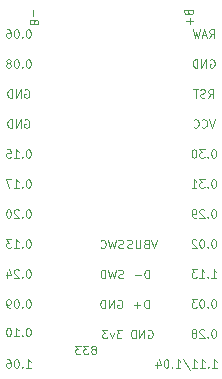
<source format=gbo>
G04 #@! TF.GenerationSoftware,KiCad,Pcbnew,7.0.6*
G04 #@! TF.CreationDate,2023-08-29T11:45:56+03:00*
G04 #@! TF.ProjectId,nrfmicro,6e72666d-6963-4726-9f2e-6b696361645f,rev?*
G04 #@! TF.SameCoordinates,Original*
G04 #@! TF.FileFunction,Legend,Bot*
G04 #@! TF.FilePolarity,Positive*
%FSLAX46Y46*%
G04 Gerber Fmt 4.6, Leading zero omitted, Abs format (unit mm)*
G04 Created by KiCad (PCBNEW 7.0.6) date 2023-08-29 11:45:56*
%MOMM*%
%LPD*%
G01*
G04 APERTURE LIST*
%ADD10C,0.080000*%
G04 APERTURE END LIST*
D10*
X36425767Y-31176673D02*
X36359100Y-31176673D01*
X36359100Y-31176673D02*
X36292433Y-31210006D01*
X36292433Y-31210006D02*
X36259100Y-31243340D01*
X36259100Y-31243340D02*
X36225767Y-31310006D01*
X36225767Y-31310006D02*
X36192433Y-31443340D01*
X36192433Y-31443340D02*
X36192433Y-31610006D01*
X36192433Y-31610006D02*
X36225767Y-31743340D01*
X36225767Y-31743340D02*
X36259100Y-31810006D01*
X36259100Y-31810006D02*
X36292433Y-31843340D01*
X36292433Y-31843340D02*
X36359100Y-31876673D01*
X36359100Y-31876673D02*
X36425767Y-31876673D01*
X36425767Y-31876673D02*
X36492433Y-31843340D01*
X36492433Y-31843340D02*
X36525767Y-31810006D01*
X36525767Y-31810006D02*
X36559100Y-31743340D01*
X36559100Y-31743340D02*
X36592433Y-31610006D01*
X36592433Y-31610006D02*
X36592433Y-31443340D01*
X36592433Y-31443340D02*
X36559100Y-31310006D01*
X36559100Y-31310006D02*
X36525767Y-31243340D01*
X36525767Y-31243340D02*
X36492433Y-31210006D01*
X36492433Y-31210006D02*
X36425767Y-31176673D01*
X35892433Y-31810006D02*
X35859100Y-31843340D01*
X35859100Y-31843340D02*
X35892433Y-31876673D01*
X35892433Y-31876673D02*
X35925766Y-31843340D01*
X35925766Y-31843340D02*
X35892433Y-31810006D01*
X35892433Y-31810006D02*
X35892433Y-31876673D01*
X35625767Y-31176673D02*
X35192433Y-31176673D01*
X35192433Y-31176673D02*
X35425767Y-31443340D01*
X35425767Y-31443340D02*
X35325767Y-31443340D01*
X35325767Y-31443340D02*
X35259100Y-31476673D01*
X35259100Y-31476673D02*
X35225767Y-31510006D01*
X35225767Y-31510006D02*
X35192433Y-31576673D01*
X35192433Y-31576673D02*
X35192433Y-31743340D01*
X35192433Y-31743340D02*
X35225767Y-31810006D01*
X35225767Y-31810006D02*
X35259100Y-31843340D01*
X35259100Y-31843340D02*
X35325767Y-31876673D01*
X35325767Y-31876673D02*
X35525767Y-31876673D01*
X35525767Y-31876673D02*
X35592433Y-31843340D01*
X35592433Y-31843340D02*
X35625767Y-31810006D01*
X34759100Y-31176673D02*
X34692433Y-31176673D01*
X34692433Y-31176673D02*
X34625766Y-31210006D01*
X34625766Y-31210006D02*
X34592433Y-31243340D01*
X34592433Y-31243340D02*
X34559100Y-31310006D01*
X34559100Y-31310006D02*
X34525766Y-31443340D01*
X34525766Y-31443340D02*
X34525766Y-31610006D01*
X34525766Y-31610006D02*
X34559100Y-31743340D01*
X34559100Y-31743340D02*
X34592433Y-31810006D01*
X34592433Y-31810006D02*
X34625766Y-31843340D01*
X34625766Y-31843340D02*
X34692433Y-31876673D01*
X34692433Y-31876673D02*
X34759100Y-31876673D01*
X34759100Y-31876673D02*
X34825766Y-31843340D01*
X34825766Y-31843340D02*
X34859100Y-31810006D01*
X34859100Y-31810006D02*
X34892433Y-31743340D01*
X34892433Y-31743340D02*
X34925766Y-31610006D01*
X34925766Y-31610006D02*
X34925766Y-31443340D01*
X34925766Y-31443340D02*
X34892433Y-31310006D01*
X34892433Y-31310006D02*
X34859100Y-31243340D01*
X34859100Y-31243340D02*
X34825766Y-31210006D01*
X34825766Y-31210006D02*
X34759100Y-31176673D01*
X20726967Y-31189373D02*
X20660300Y-31189373D01*
X20660300Y-31189373D02*
X20593633Y-31222706D01*
X20593633Y-31222706D02*
X20560300Y-31256040D01*
X20560300Y-31256040D02*
X20526967Y-31322706D01*
X20526967Y-31322706D02*
X20493633Y-31456040D01*
X20493633Y-31456040D02*
X20493633Y-31622706D01*
X20493633Y-31622706D02*
X20526967Y-31756040D01*
X20526967Y-31756040D02*
X20560300Y-31822706D01*
X20560300Y-31822706D02*
X20593633Y-31856040D01*
X20593633Y-31856040D02*
X20660300Y-31889373D01*
X20660300Y-31889373D02*
X20726967Y-31889373D01*
X20726967Y-31889373D02*
X20793633Y-31856040D01*
X20793633Y-31856040D02*
X20826967Y-31822706D01*
X20826967Y-31822706D02*
X20860300Y-31756040D01*
X20860300Y-31756040D02*
X20893633Y-31622706D01*
X20893633Y-31622706D02*
X20893633Y-31456040D01*
X20893633Y-31456040D02*
X20860300Y-31322706D01*
X20860300Y-31322706D02*
X20826967Y-31256040D01*
X20826967Y-31256040D02*
X20793633Y-31222706D01*
X20793633Y-31222706D02*
X20726967Y-31189373D01*
X20193633Y-31822706D02*
X20160300Y-31856040D01*
X20160300Y-31856040D02*
X20193633Y-31889373D01*
X20193633Y-31889373D02*
X20226966Y-31856040D01*
X20226966Y-31856040D02*
X20193633Y-31822706D01*
X20193633Y-31822706D02*
X20193633Y-31889373D01*
X19493633Y-31889373D02*
X19893633Y-31889373D01*
X19693633Y-31889373D02*
X19693633Y-31189373D01*
X19693633Y-31189373D02*
X19760300Y-31289373D01*
X19760300Y-31289373D02*
X19826967Y-31356040D01*
X19826967Y-31356040D02*
X19893633Y-31389373D01*
X18860300Y-31189373D02*
X19193633Y-31189373D01*
X19193633Y-31189373D02*
X19226966Y-31522706D01*
X19226966Y-31522706D02*
X19193633Y-31489373D01*
X19193633Y-31489373D02*
X19126966Y-31456040D01*
X19126966Y-31456040D02*
X18960300Y-31456040D01*
X18960300Y-31456040D02*
X18893633Y-31489373D01*
X18893633Y-31489373D02*
X18860300Y-31522706D01*
X18860300Y-31522706D02*
X18826966Y-31589373D01*
X18826966Y-31589373D02*
X18826966Y-31756040D01*
X18826966Y-31756040D02*
X18860300Y-31822706D01*
X18860300Y-31822706D02*
X18893633Y-31856040D01*
X18893633Y-31856040D02*
X18960300Y-31889373D01*
X18960300Y-31889373D02*
X19126966Y-31889373D01*
X19126966Y-31889373D02*
X19193633Y-31856040D01*
X19193633Y-31856040D02*
X19226966Y-31822706D01*
X36042433Y-21716673D02*
X36275766Y-21383340D01*
X36442433Y-21716673D02*
X36442433Y-21016673D01*
X36442433Y-21016673D02*
X36175766Y-21016673D01*
X36175766Y-21016673D02*
X36109100Y-21050006D01*
X36109100Y-21050006D02*
X36075766Y-21083340D01*
X36075766Y-21083340D02*
X36042433Y-21150006D01*
X36042433Y-21150006D02*
X36042433Y-21250006D01*
X36042433Y-21250006D02*
X36075766Y-21316673D01*
X36075766Y-21316673D02*
X36109100Y-21350006D01*
X36109100Y-21350006D02*
X36175766Y-21383340D01*
X36175766Y-21383340D02*
X36442433Y-21383340D01*
X35775766Y-21516673D02*
X35442433Y-21516673D01*
X35842433Y-21716673D02*
X35609100Y-21016673D01*
X35609100Y-21016673D02*
X35375766Y-21716673D01*
X35209100Y-21016673D02*
X35042433Y-21716673D01*
X35042433Y-21716673D02*
X34909100Y-21216673D01*
X34909100Y-21216673D02*
X34775766Y-21716673D01*
X34775766Y-21716673D02*
X34609100Y-21016673D01*
X20493633Y-49669373D02*
X20893633Y-49669373D01*
X20693633Y-49669373D02*
X20693633Y-48969373D01*
X20693633Y-48969373D02*
X20760300Y-49069373D01*
X20760300Y-49069373D02*
X20826967Y-49136040D01*
X20826967Y-49136040D02*
X20893633Y-49169373D01*
X20193633Y-49602706D02*
X20160300Y-49636040D01*
X20160300Y-49636040D02*
X20193633Y-49669373D01*
X20193633Y-49669373D02*
X20226966Y-49636040D01*
X20226966Y-49636040D02*
X20193633Y-49602706D01*
X20193633Y-49602706D02*
X20193633Y-49669373D01*
X19726967Y-48969373D02*
X19660300Y-48969373D01*
X19660300Y-48969373D02*
X19593633Y-49002706D01*
X19593633Y-49002706D02*
X19560300Y-49036040D01*
X19560300Y-49036040D02*
X19526967Y-49102706D01*
X19526967Y-49102706D02*
X19493633Y-49236040D01*
X19493633Y-49236040D02*
X19493633Y-49402706D01*
X19493633Y-49402706D02*
X19526967Y-49536040D01*
X19526967Y-49536040D02*
X19560300Y-49602706D01*
X19560300Y-49602706D02*
X19593633Y-49636040D01*
X19593633Y-49636040D02*
X19660300Y-49669373D01*
X19660300Y-49669373D02*
X19726967Y-49669373D01*
X19726967Y-49669373D02*
X19793633Y-49636040D01*
X19793633Y-49636040D02*
X19826967Y-49602706D01*
X19826967Y-49602706D02*
X19860300Y-49536040D01*
X19860300Y-49536040D02*
X19893633Y-49402706D01*
X19893633Y-49402706D02*
X19893633Y-49236040D01*
X19893633Y-49236040D02*
X19860300Y-49102706D01*
X19860300Y-49102706D02*
X19826967Y-49036040D01*
X19826967Y-49036040D02*
X19793633Y-49002706D01*
X19793633Y-49002706D02*
X19726967Y-48969373D01*
X18893633Y-48969373D02*
X19026966Y-48969373D01*
X19026966Y-48969373D02*
X19093633Y-49002706D01*
X19093633Y-49002706D02*
X19126966Y-49036040D01*
X19126966Y-49036040D02*
X19193633Y-49136040D01*
X19193633Y-49136040D02*
X19226966Y-49269373D01*
X19226966Y-49269373D02*
X19226966Y-49536040D01*
X19226966Y-49536040D02*
X19193633Y-49602706D01*
X19193633Y-49602706D02*
X19160300Y-49636040D01*
X19160300Y-49636040D02*
X19093633Y-49669373D01*
X19093633Y-49669373D02*
X18960300Y-49669373D01*
X18960300Y-49669373D02*
X18893633Y-49636040D01*
X18893633Y-49636040D02*
X18860300Y-49602706D01*
X18860300Y-49602706D02*
X18826966Y-49536040D01*
X18826966Y-49536040D02*
X18826966Y-49369373D01*
X18826966Y-49369373D02*
X18860300Y-49302706D01*
X18860300Y-49302706D02*
X18893633Y-49269373D01*
X18893633Y-49269373D02*
X18960300Y-49236040D01*
X18960300Y-49236040D02*
X19093633Y-49236040D01*
X19093633Y-49236040D02*
X19160300Y-49269373D01*
X19160300Y-49269373D02*
X19193633Y-49302706D01*
X19193633Y-49302706D02*
X19226966Y-49369373D01*
X20726967Y-43889373D02*
X20660300Y-43889373D01*
X20660300Y-43889373D02*
X20593633Y-43922706D01*
X20593633Y-43922706D02*
X20560300Y-43956040D01*
X20560300Y-43956040D02*
X20526967Y-44022706D01*
X20526967Y-44022706D02*
X20493633Y-44156040D01*
X20493633Y-44156040D02*
X20493633Y-44322706D01*
X20493633Y-44322706D02*
X20526967Y-44456040D01*
X20526967Y-44456040D02*
X20560300Y-44522706D01*
X20560300Y-44522706D02*
X20593633Y-44556040D01*
X20593633Y-44556040D02*
X20660300Y-44589373D01*
X20660300Y-44589373D02*
X20726967Y-44589373D01*
X20726967Y-44589373D02*
X20793633Y-44556040D01*
X20793633Y-44556040D02*
X20826967Y-44522706D01*
X20826967Y-44522706D02*
X20860300Y-44456040D01*
X20860300Y-44456040D02*
X20893633Y-44322706D01*
X20893633Y-44322706D02*
X20893633Y-44156040D01*
X20893633Y-44156040D02*
X20860300Y-44022706D01*
X20860300Y-44022706D02*
X20826967Y-43956040D01*
X20826967Y-43956040D02*
X20793633Y-43922706D01*
X20793633Y-43922706D02*
X20726967Y-43889373D01*
X20193633Y-44522706D02*
X20160300Y-44556040D01*
X20160300Y-44556040D02*
X20193633Y-44589373D01*
X20193633Y-44589373D02*
X20226966Y-44556040D01*
X20226966Y-44556040D02*
X20193633Y-44522706D01*
X20193633Y-44522706D02*
X20193633Y-44589373D01*
X19726967Y-43889373D02*
X19660300Y-43889373D01*
X19660300Y-43889373D02*
X19593633Y-43922706D01*
X19593633Y-43922706D02*
X19560300Y-43956040D01*
X19560300Y-43956040D02*
X19526967Y-44022706D01*
X19526967Y-44022706D02*
X19493633Y-44156040D01*
X19493633Y-44156040D02*
X19493633Y-44322706D01*
X19493633Y-44322706D02*
X19526967Y-44456040D01*
X19526967Y-44456040D02*
X19560300Y-44522706D01*
X19560300Y-44522706D02*
X19593633Y-44556040D01*
X19593633Y-44556040D02*
X19660300Y-44589373D01*
X19660300Y-44589373D02*
X19726967Y-44589373D01*
X19726967Y-44589373D02*
X19793633Y-44556040D01*
X19793633Y-44556040D02*
X19826967Y-44522706D01*
X19826967Y-44522706D02*
X19860300Y-44456040D01*
X19860300Y-44456040D02*
X19893633Y-44322706D01*
X19893633Y-44322706D02*
X19893633Y-44156040D01*
X19893633Y-44156040D02*
X19860300Y-44022706D01*
X19860300Y-44022706D02*
X19826967Y-43956040D01*
X19826967Y-43956040D02*
X19793633Y-43922706D01*
X19793633Y-43922706D02*
X19726967Y-43889373D01*
X19160300Y-44589373D02*
X19026966Y-44589373D01*
X19026966Y-44589373D02*
X18960300Y-44556040D01*
X18960300Y-44556040D02*
X18926966Y-44522706D01*
X18926966Y-44522706D02*
X18860300Y-44422706D01*
X18860300Y-44422706D02*
X18826966Y-44289373D01*
X18826966Y-44289373D02*
X18826966Y-44022706D01*
X18826966Y-44022706D02*
X18860300Y-43956040D01*
X18860300Y-43956040D02*
X18893633Y-43922706D01*
X18893633Y-43922706D02*
X18960300Y-43889373D01*
X18960300Y-43889373D02*
X19093633Y-43889373D01*
X19093633Y-43889373D02*
X19160300Y-43922706D01*
X19160300Y-43922706D02*
X19193633Y-43956040D01*
X19193633Y-43956040D02*
X19226966Y-44022706D01*
X19226966Y-44022706D02*
X19226966Y-44189373D01*
X19226966Y-44189373D02*
X19193633Y-44256040D01*
X19193633Y-44256040D02*
X19160300Y-44289373D01*
X19160300Y-44289373D02*
X19093633Y-44322706D01*
X19093633Y-44322706D02*
X18960300Y-44322706D01*
X18960300Y-44322706D02*
X18893633Y-44289373D01*
X18893633Y-44289373D02*
X18860300Y-44256040D01*
X18860300Y-44256040D02*
X18826966Y-44189373D01*
X36425767Y-43876673D02*
X36359100Y-43876673D01*
X36359100Y-43876673D02*
X36292433Y-43910006D01*
X36292433Y-43910006D02*
X36259100Y-43943340D01*
X36259100Y-43943340D02*
X36225767Y-44010006D01*
X36225767Y-44010006D02*
X36192433Y-44143340D01*
X36192433Y-44143340D02*
X36192433Y-44310006D01*
X36192433Y-44310006D02*
X36225767Y-44443340D01*
X36225767Y-44443340D02*
X36259100Y-44510006D01*
X36259100Y-44510006D02*
X36292433Y-44543340D01*
X36292433Y-44543340D02*
X36359100Y-44576673D01*
X36359100Y-44576673D02*
X36425767Y-44576673D01*
X36425767Y-44576673D02*
X36492433Y-44543340D01*
X36492433Y-44543340D02*
X36525767Y-44510006D01*
X36525767Y-44510006D02*
X36559100Y-44443340D01*
X36559100Y-44443340D02*
X36592433Y-44310006D01*
X36592433Y-44310006D02*
X36592433Y-44143340D01*
X36592433Y-44143340D02*
X36559100Y-44010006D01*
X36559100Y-44010006D02*
X36525767Y-43943340D01*
X36525767Y-43943340D02*
X36492433Y-43910006D01*
X36492433Y-43910006D02*
X36425767Y-43876673D01*
X35892433Y-44510006D02*
X35859100Y-44543340D01*
X35859100Y-44543340D02*
X35892433Y-44576673D01*
X35892433Y-44576673D02*
X35925766Y-44543340D01*
X35925766Y-44543340D02*
X35892433Y-44510006D01*
X35892433Y-44510006D02*
X35892433Y-44576673D01*
X35425767Y-43876673D02*
X35359100Y-43876673D01*
X35359100Y-43876673D02*
X35292433Y-43910006D01*
X35292433Y-43910006D02*
X35259100Y-43943340D01*
X35259100Y-43943340D02*
X35225767Y-44010006D01*
X35225767Y-44010006D02*
X35192433Y-44143340D01*
X35192433Y-44143340D02*
X35192433Y-44310006D01*
X35192433Y-44310006D02*
X35225767Y-44443340D01*
X35225767Y-44443340D02*
X35259100Y-44510006D01*
X35259100Y-44510006D02*
X35292433Y-44543340D01*
X35292433Y-44543340D02*
X35359100Y-44576673D01*
X35359100Y-44576673D02*
X35425767Y-44576673D01*
X35425767Y-44576673D02*
X35492433Y-44543340D01*
X35492433Y-44543340D02*
X35525767Y-44510006D01*
X35525767Y-44510006D02*
X35559100Y-44443340D01*
X35559100Y-44443340D02*
X35592433Y-44310006D01*
X35592433Y-44310006D02*
X35592433Y-44143340D01*
X35592433Y-44143340D02*
X35559100Y-44010006D01*
X35559100Y-44010006D02*
X35525767Y-43943340D01*
X35525767Y-43943340D02*
X35492433Y-43910006D01*
X35492433Y-43910006D02*
X35425767Y-43876673D01*
X34959100Y-43876673D02*
X34525766Y-43876673D01*
X34525766Y-43876673D02*
X34759100Y-44143340D01*
X34759100Y-44143340D02*
X34659100Y-44143340D01*
X34659100Y-44143340D02*
X34592433Y-44176673D01*
X34592433Y-44176673D02*
X34559100Y-44210006D01*
X34559100Y-44210006D02*
X34525766Y-44276673D01*
X34525766Y-44276673D02*
X34525766Y-44443340D01*
X34525766Y-44443340D02*
X34559100Y-44510006D01*
X34559100Y-44510006D02*
X34592433Y-44543340D01*
X34592433Y-44543340D02*
X34659100Y-44576673D01*
X34659100Y-44576673D02*
X34859100Y-44576673D01*
X34859100Y-44576673D02*
X34925766Y-44543340D01*
X34925766Y-44543340D02*
X34959100Y-44510006D01*
X36192433Y-42036673D02*
X36592433Y-42036673D01*
X36392433Y-42036673D02*
X36392433Y-41336673D01*
X36392433Y-41336673D02*
X36459100Y-41436673D01*
X36459100Y-41436673D02*
X36525767Y-41503340D01*
X36525767Y-41503340D02*
X36592433Y-41536673D01*
X35892433Y-41970006D02*
X35859100Y-42003340D01*
X35859100Y-42003340D02*
X35892433Y-42036673D01*
X35892433Y-42036673D02*
X35925766Y-42003340D01*
X35925766Y-42003340D02*
X35892433Y-41970006D01*
X35892433Y-41970006D02*
X35892433Y-42036673D01*
X35192433Y-42036673D02*
X35592433Y-42036673D01*
X35392433Y-42036673D02*
X35392433Y-41336673D01*
X35392433Y-41336673D02*
X35459100Y-41436673D01*
X35459100Y-41436673D02*
X35525767Y-41503340D01*
X35525767Y-41503340D02*
X35592433Y-41536673D01*
X34959100Y-41336673D02*
X34525766Y-41336673D01*
X34525766Y-41336673D02*
X34759100Y-41603340D01*
X34759100Y-41603340D02*
X34659100Y-41603340D01*
X34659100Y-41603340D02*
X34592433Y-41636673D01*
X34592433Y-41636673D02*
X34559100Y-41670006D01*
X34559100Y-41670006D02*
X34525766Y-41736673D01*
X34525766Y-41736673D02*
X34525766Y-41903340D01*
X34525766Y-41903340D02*
X34559100Y-41970006D01*
X34559100Y-41970006D02*
X34592433Y-42003340D01*
X34592433Y-42003340D02*
X34659100Y-42036673D01*
X34659100Y-42036673D02*
X34859100Y-42036673D01*
X34859100Y-42036673D02*
X34925766Y-42003340D01*
X34925766Y-42003340D02*
X34959100Y-41970006D01*
X36425767Y-46416673D02*
X36359100Y-46416673D01*
X36359100Y-46416673D02*
X36292433Y-46450006D01*
X36292433Y-46450006D02*
X36259100Y-46483340D01*
X36259100Y-46483340D02*
X36225767Y-46550006D01*
X36225767Y-46550006D02*
X36192433Y-46683340D01*
X36192433Y-46683340D02*
X36192433Y-46850006D01*
X36192433Y-46850006D02*
X36225767Y-46983340D01*
X36225767Y-46983340D02*
X36259100Y-47050006D01*
X36259100Y-47050006D02*
X36292433Y-47083340D01*
X36292433Y-47083340D02*
X36359100Y-47116673D01*
X36359100Y-47116673D02*
X36425767Y-47116673D01*
X36425767Y-47116673D02*
X36492433Y-47083340D01*
X36492433Y-47083340D02*
X36525767Y-47050006D01*
X36525767Y-47050006D02*
X36559100Y-46983340D01*
X36559100Y-46983340D02*
X36592433Y-46850006D01*
X36592433Y-46850006D02*
X36592433Y-46683340D01*
X36592433Y-46683340D02*
X36559100Y-46550006D01*
X36559100Y-46550006D02*
X36525767Y-46483340D01*
X36525767Y-46483340D02*
X36492433Y-46450006D01*
X36492433Y-46450006D02*
X36425767Y-46416673D01*
X35892433Y-47050006D02*
X35859100Y-47083340D01*
X35859100Y-47083340D02*
X35892433Y-47116673D01*
X35892433Y-47116673D02*
X35925766Y-47083340D01*
X35925766Y-47083340D02*
X35892433Y-47050006D01*
X35892433Y-47050006D02*
X35892433Y-47116673D01*
X35592433Y-46483340D02*
X35559100Y-46450006D01*
X35559100Y-46450006D02*
X35492433Y-46416673D01*
X35492433Y-46416673D02*
X35325767Y-46416673D01*
X35325767Y-46416673D02*
X35259100Y-46450006D01*
X35259100Y-46450006D02*
X35225767Y-46483340D01*
X35225767Y-46483340D02*
X35192433Y-46550006D01*
X35192433Y-46550006D02*
X35192433Y-46616673D01*
X35192433Y-46616673D02*
X35225767Y-46716673D01*
X35225767Y-46716673D02*
X35625767Y-47116673D01*
X35625767Y-47116673D02*
X35192433Y-47116673D01*
X34792433Y-46716673D02*
X34859100Y-46683340D01*
X34859100Y-46683340D02*
X34892433Y-46650006D01*
X34892433Y-46650006D02*
X34925766Y-46583340D01*
X34925766Y-46583340D02*
X34925766Y-46550006D01*
X34925766Y-46550006D02*
X34892433Y-46483340D01*
X34892433Y-46483340D02*
X34859100Y-46450006D01*
X34859100Y-46450006D02*
X34792433Y-46416673D01*
X34792433Y-46416673D02*
X34659100Y-46416673D01*
X34659100Y-46416673D02*
X34592433Y-46450006D01*
X34592433Y-46450006D02*
X34559100Y-46483340D01*
X34559100Y-46483340D02*
X34525766Y-46550006D01*
X34525766Y-46550006D02*
X34525766Y-46583340D01*
X34525766Y-46583340D02*
X34559100Y-46650006D01*
X34559100Y-46650006D02*
X34592433Y-46683340D01*
X34592433Y-46683340D02*
X34659100Y-46716673D01*
X34659100Y-46716673D02*
X34792433Y-46716673D01*
X34792433Y-46716673D02*
X34859100Y-46750006D01*
X34859100Y-46750006D02*
X34892433Y-46783340D01*
X34892433Y-46783340D02*
X34925766Y-46850006D01*
X34925766Y-46850006D02*
X34925766Y-46983340D01*
X34925766Y-46983340D02*
X34892433Y-47050006D01*
X34892433Y-47050006D02*
X34859100Y-47083340D01*
X34859100Y-47083340D02*
X34792433Y-47116673D01*
X34792433Y-47116673D02*
X34659100Y-47116673D01*
X34659100Y-47116673D02*
X34592433Y-47083340D01*
X34592433Y-47083340D02*
X34559100Y-47050006D01*
X34559100Y-47050006D02*
X34525766Y-46983340D01*
X34525766Y-46983340D02*
X34525766Y-46850006D01*
X34525766Y-46850006D02*
X34559100Y-46783340D01*
X34559100Y-46783340D02*
X34592433Y-46750006D01*
X34592433Y-46750006D02*
X34659100Y-46716673D01*
X35942433Y-26796673D02*
X36175766Y-26463340D01*
X36342433Y-26796673D02*
X36342433Y-26096673D01*
X36342433Y-26096673D02*
X36075766Y-26096673D01*
X36075766Y-26096673D02*
X36009100Y-26130006D01*
X36009100Y-26130006D02*
X35975766Y-26163340D01*
X35975766Y-26163340D02*
X35942433Y-26230006D01*
X35942433Y-26230006D02*
X35942433Y-26330006D01*
X35942433Y-26330006D02*
X35975766Y-26396673D01*
X35975766Y-26396673D02*
X36009100Y-26430006D01*
X36009100Y-26430006D02*
X36075766Y-26463340D01*
X36075766Y-26463340D02*
X36342433Y-26463340D01*
X35675766Y-26763340D02*
X35575766Y-26796673D01*
X35575766Y-26796673D02*
X35409100Y-26796673D01*
X35409100Y-26796673D02*
X35342433Y-26763340D01*
X35342433Y-26763340D02*
X35309100Y-26730006D01*
X35309100Y-26730006D02*
X35275766Y-26663340D01*
X35275766Y-26663340D02*
X35275766Y-26596673D01*
X35275766Y-26596673D02*
X35309100Y-26530006D01*
X35309100Y-26530006D02*
X35342433Y-26496673D01*
X35342433Y-26496673D02*
X35409100Y-26463340D01*
X35409100Y-26463340D02*
X35542433Y-26430006D01*
X35542433Y-26430006D02*
X35609100Y-26396673D01*
X35609100Y-26396673D02*
X35642433Y-26363340D01*
X35642433Y-26363340D02*
X35675766Y-26296673D01*
X35675766Y-26296673D02*
X35675766Y-26230006D01*
X35675766Y-26230006D02*
X35642433Y-26163340D01*
X35642433Y-26163340D02*
X35609100Y-26130006D01*
X35609100Y-26130006D02*
X35542433Y-26096673D01*
X35542433Y-26096673D02*
X35375766Y-26096673D01*
X35375766Y-26096673D02*
X35275766Y-26130006D01*
X35075766Y-26096673D02*
X34675766Y-26096673D01*
X34875766Y-26796673D02*
X34875766Y-26096673D01*
X36425767Y-36256673D02*
X36359100Y-36256673D01*
X36359100Y-36256673D02*
X36292433Y-36290006D01*
X36292433Y-36290006D02*
X36259100Y-36323340D01*
X36259100Y-36323340D02*
X36225767Y-36390006D01*
X36225767Y-36390006D02*
X36192433Y-36523340D01*
X36192433Y-36523340D02*
X36192433Y-36690006D01*
X36192433Y-36690006D02*
X36225767Y-36823340D01*
X36225767Y-36823340D02*
X36259100Y-36890006D01*
X36259100Y-36890006D02*
X36292433Y-36923340D01*
X36292433Y-36923340D02*
X36359100Y-36956673D01*
X36359100Y-36956673D02*
X36425767Y-36956673D01*
X36425767Y-36956673D02*
X36492433Y-36923340D01*
X36492433Y-36923340D02*
X36525767Y-36890006D01*
X36525767Y-36890006D02*
X36559100Y-36823340D01*
X36559100Y-36823340D02*
X36592433Y-36690006D01*
X36592433Y-36690006D02*
X36592433Y-36523340D01*
X36592433Y-36523340D02*
X36559100Y-36390006D01*
X36559100Y-36390006D02*
X36525767Y-36323340D01*
X36525767Y-36323340D02*
X36492433Y-36290006D01*
X36492433Y-36290006D02*
X36425767Y-36256673D01*
X35892433Y-36890006D02*
X35859100Y-36923340D01*
X35859100Y-36923340D02*
X35892433Y-36956673D01*
X35892433Y-36956673D02*
X35925766Y-36923340D01*
X35925766Y-36923340D02*
X35892433Y-36890006D01*
X35892433Y-36890006D02*
X35892433Y-36956673D01*
X35592433Y-36323340D02*
X35559100Y-36290006D01*
X35559100Y-36290006D02*
X35492433Y-36256673D01*
X35492433Y-36256673D02*
X35325767Y-36256673D01*
X35325767Y-36256673D02*
X35259100Y-36290006D01*
X35259100Y-36290006D02*
X35225767Y-36323340D01*
X35225767Y-36323340D02*
X35192433Y-36390006D01*
X35192433Y-36390006D02*
X35192433Y-36456673D01*
X35192433Y-36456673D02*
X35225767Y-36556673D01*
X35225767Y-36556673D02*
X35625767Y-36956673D01*
X35625767Y-36956673D02*
X35192433Y-36956673D01*
X34859100Y-36956673D02*
X34725766Y-36956673D01*
X34725766Y-36956673D02*
X34659100Y-36923340D01*
X34659100Y-36923340D02*
X34625766Y-36890006D01*
X34625766Y-36890006D02*
X34559100Y-36790006D01*
X34559100Y-36790006D02*
X34525766Y-36656673D01*
X34525766Y-36656673D02*
X34525766Y-36390006D01*
X34525766Y-36390006D02*
X34559100Y-36323340D01*
X34559100Y-36323340D02*
X34592433Y-36290006D01*
X34592433Y-36290006D02*
X34659100Y-36256673D01*
X34659100Y-36256673D02*
X34792433Y-36256673D01*
X34792433Y-36256673D02*
X34859100Y-36290006D01*
X34859100Y-36290006D02*
X34892433Y-36323340D01*
X34892433Y-36323340D02*
X34925766Y-36390006D01*
X34925766Y-36390006D02*
X34925766Y-36556673D01*
X34925766Y-36556673D02*
X34892433Y-36623340D01*
X34892433Y-36623340D02*
X34859100Y-36656673D01*
X34859100Y-36656673D02*
X34792433Y-36690006D01*
X34792433Y-36690006D02*
X34659100Y-36690006D01*
X34659100Y-36690006D02*
X34592433Y-36656673D01*
X34592433Y-36656673D02*
X34559100Y-36623340D01*
X34559100Y-36623340D02*
X34525766Y-36556673D01*
X20726967Y-21029373D02*
X20660300Y-21029373D01*
X20660300Y-21029373D02*
X20593633Y-21062706D01*
X20593633Y-21062706D02*
X20560300Y-21096040D01*
X20560300Y-21096040D02*
X20526967Y-21162706D01*
X20526967Y-21162706D02*
X20493633Y-21296040D01*
X20493633Y-21296040D02*
X20493633Y-21462706D01*
X20493633Y-21462706D02*
X20526967Y-21596040D01*
X20526967Y-21596040D02*
X20560300Y-21662706D01*
X20560300Y-21662706D02*
X20593633Y-21696040D01*
X20593633Y-21696040D02*
X20660300Y-21729373D01*
X20660300Y-21729373D02*
X20726967Y-21729373D01*
X20726967Y-21729373D02*
X20793633Y-21696040D01*
X20793633Y-21696040D02*
X20826967Y-21662706D01*
X20826967Y-21662706D02*
X20860300Y-21596040D01*
X20860300Y-21596040D02*
X20893633Y-21462706D01*
X20893633Y-21462706D02*
X20893633Y-21296040D01*
X20893633Y-21296040D02*
X20860300Y-21162706D01*
X20860300Y-21162706D02*
X20826967Y-21096040D01*
X20826967Y-21096040D02*
X20793633Y-21062706D01*
X20793633Y-21062706D02*
X20726967Y-21029373D01*
X20193633Y-21662706D02*
X20160300Y-21696040D01*
X20160300Y-21696040D02*
X20193633Y-21729373D01*
X20193633Y-21729373D02*
X20226966Y-21696040D01*
X20226966Y-21696040D02*
X20193633Y-21662706D01*
X20193633Y-21662706D02*
X20193633Y-21729373D01*
X19726967Y-21029373D02*
X19660300Y-21029373D01*
X19660300Y-21029373D02*
X19593633Y-21062706D01*
X19593633Y-21062706D02*
X19560300Y-21096040D01*
X19560300Y-21096040D02*
X19526967Y-21162706D01*
X19526967Y-21162706D02*
X19493633Y-21296040D01*
X19493633Y-21296040D02*
X19493633Y-21462706D01*
X19493633Y-21462706D02*
X19526967Y-21596040D01*
X19526967Y-21596040D02*
X19560300Y-21662706D01*
X19560300Y-21662706D02*
X19593633Y-21696040D01*
X19593633Y-21696040D02*
X19660300Y-21729373D01*
X19660300Y-21729373D02*
X19726967Y-21729373D01*
X19726967Y-21729373D02*
X19793633Y-21696040D01*
X19793633Y-21696040D02*
X19826967Y-21662706D01*
X19826967Y-21662706D02*
X19860300Y-21596040D01*
X19860300Y-21596040D02*
X19893633Y-21462706D01*
X19893633Y-21462706D02*
X19893633Y-21296040D01*
X19893633Y-21296040D02*
X19860300Y-21162706D01*
X19860300Y-21162706D02*
X19826967Y-21096040D01*
X19826967Y-21096040D02*
X19793633Y-21062706D01*
X19793633Y-21062706D02*
X19726967Y-21029373D01*
X18893633Y-21029373D02*
X19026966Y-21029373D01*
X19026966Y-21029373D02*
X19093633Y-21062706D01*
X19093633Y-21062706D02*
X19126966Y-21096040D01*
X19126966Y-21096040D02*
X19193633Y-21196040D01*
X19193633Y-21196040D02*
X19226966Y-21329373D01*
X19226966Y-21329373D02*
X19226966Y-21596040D01*
X19226966Y-21596040D02*
X19193633Y-21662706D01*
X19193633Y-21662706D02*
X19160300Y-21696040D01*
X19160300Y-21696040D02*
X19093633Y-21729373D01*
X19093633Y-21729373D02*
X18960300Y-21729373D01*
X18960300Y-21729373D02*
X18893633Y-21696040D01*
X18893633Y-21696040D02*
X18860300Y-21662706D01*
X18860300Y-21662706D02*
X18826966Y-21596040D01*
X18826966Y-21596040D02*
X18826966Y-21429373D01*
X18826966Y-21429373D02*
X18860300Y-21362706D01*
X18860300Y-21362706D02*
X18893633Y-21329373D01*
X18893633Y-21329373D02*
X18960300Y-21296040D01*
X18960300Y-21296040D02*
X19093633Y-21296040D01*
X19093633Y-21296040D02*
X19160300Y-21329373D01*
X19160300Y-21329373D02*
X19193633Y-21362706D01*
X19193633Y-21362706D02*
X19226966Y-21429373D01*
X20726967Y-38809373D02*
X20660300Y-38809373D01*
X20660300Y-38809373D02*
X20593633Y-38842706D01*
X20593633Y-38842706D02*
X20560300Y-38876040D01*
X20560300Y-38876040D02*
X20526967Y-38942706D01*
X20526967Y-38942706D02*
X20493633Y-39076040D01*
X20493633Y-39076040D02*
X20493633Y-39242706D01*
X20493633Y-39242706D02*
X20526967Y-39376040D01*
X20526967Y-39376040D02*
X20560300Y-39442706D01*
X20560300Y-39442706D02*
X20593633Y-39476040D01*
X20593633Y-39476040D02*
X20660300Y-39509373D01*
X20660300Y-39509373D02*
X20726967Y-39509373D01*
X20726967Y-39509373D02*
X20793633Y-39476040D01*
X20793633Y-39476040D02*
X20826967Y-39442706D01*
X20826967Y-39442706D02*
X20860300Y-39376040D01*
X20860300Y-39376040D02*
X20893633Y-39242706D01*
X20893633Y-39242706D02*
X20893633Y-39076040D01*
X20893633Y-39076040D02*
X20860300Y-38942706D01*
X20860300Y-38942706D02*
X20826967Y-38876040D01*
X20826967Y-38876040D02*
X20793633Y-38842706D01*
X20793633Y-38842706D02*
X20726967Y-38809373D01*
X20193633Y-39442706D02*
X20160300Y-39476040D01*
X20160300Y-39476040D02*
X20193633Y-39509373D01*
X20193633Y-39509373D02*
X20226966Y-39476040D01*
X20226966Y-39476040D02*
X20193633Y-39442706D01*
X20193633Y-39442706D02*
X20193633Y-39509373D01*
X19493633Y-39509373D02*
X19893633Y-39509373D01*
X19693633Y-39509373D02*
X19693633Y-38809373D01*
X19693633Y-38809373D02*
X19760300Y-38909373D01*
X19760300Y-38909373D02*
X19826967Y-38976040D01*
X19826967Y-38976040D02*
X19893633Y-39009373D01*
X19260300Y-38809373D02*
X18826966Y-38809373D01*
X18826966Y-38809373D02*
X19060300Y-39076040D01*
X19060300Y-39076040D02*
X18960300Y-39076040D01*
X18960300Y-39076040D02*
X18893633Y-39109373D01*
X18893633Y-39109373D02*
X18860300Y-39142706D01*
X18860300Y-39142706D02*
X18826966Y-39209373D01*
X18826966Y-39209373D02*
X18826966Y-39376040D01*
X18826966Y-39376040D02*
X18860300Y-39442706D01*
X18860300Y-39442706D02*
X18893633Y-39476040D01*
X18893633Y-39476040D02*
X18960300Y-39509373D01*
X18960300Y-39509373D02*
X19160300Y-39509373D01*
X19160300Y-39509373D02*
X19226966Y-39476040D01*
X19226966Y-39476040D02*
X19260300Y-39442706D01*
X20726967Y-36269373D02*
X20660300Y-36269373D01*
X20660300Y-36269373D02*
X20593633Y-36302706D01*
X20593633Y-36302706D02*
X20560300Y-36336040D01*
X20560300Y-36336040D02*
X20526967Y-36402706D01*
X20526967Y-36402706D02*
X20493633Y-36536040D01*
X20493633Y-36536040D02*
X20493633Y-36702706D01*
X20493633Y-36702706D02*
X20526967Y-36836040D01*
X20526967Y-36836040D02*
X20560300Y-36902706D01*
X20560300Y-36902706D02*
X20593633Y-36936040D01*
X20593633Y-36936040D02*
X20660300Y-36969373D01*
X20660300Y-36969373D02*
X20726967Y-36969373D01*
X20726967Y-36969373D02*
X20793633Y-36936040D01*
X20793633Y-36936040D02*
X20826967Y-36902706D01*
X20826967Y-36902706D02*
X20860300Y-36836040D01*
X20860300Y-36836040D02*
X20893633Y-36702706D01*
X20893633Y-36702706D02*
X20893633Y-36536040D01*
X20893633Y-36536040D02*
X20860300Y-36402706D01*
X20860300Y-36402706D02*
X20826967Y-36336040D01*
X20826967Y-36336040D02*
X20793633Y-36302706D01*
X20793633Y-36302706D02*
X20726967Y-36269373D01*
X20193633Y-36902706D02*
X20160300Y-36936040D01*
X20160300Y-36936040D02*
X20193633Y-36969373D01*
X20193633Y-36969373D02*
X20226966Y-36936040D01*
X20226966Y-36936040D02*
X20193633Y-36902706D01*
X20193633Y-36902706D02*
X20193633Y-36969373D01*
X19893633Y-36336040D02*
X19860300Y-36302706D01*
X19860300Y-36302706D02*
X19793633Y-36269373D01*
X19793633Y-36269373D02*
X19626967Y-36269373D01*
X19626967Y-36269373D02*
X19560300Y-36302706D01*
X19560300Y-36302706D02*
X19526967Y-36336040D01*
X19526967Y-36336040D02*
X19493633Y-36402706D01*
X19493633Y-36402706D02*
X19493633Y-36469373D01*
X19493633Y-36469373D02*
X19526967Y-36569373D01*
X19526967Y-36569373D02*
X19926967Y-36969373D01*
X19926967Y-36969373D02*
X19493633Y-36969373D01*
X19060300Y-36269373D02*
X18993633Y-36269373D01*
X18993633Y-36269373D02*
X18926966Y-36302706D01*
X18926966Y-36302706D02*
X18893633Y-36336040D01*
X18893633Y-36336040D02*
X18860300Y-36402706D01*
X18860300Y-36402706D02*
X18826966Y-36536040D01*
X18826966Y-36536040D02*
X18826966Y-36702706D01*
X18826966Y-36702706D02*
X18860300Y-36836040D01*
X18860300Y-36836040D02*
X18893633Y-36902706D01*
X18893633Y-36902706D02*
X18926966Y-36936040D01*
X18926966Y-36936040D02*
X18993633Y-36969373D01*
X18993633Y-36969373D02*
X19060300Y-36969373D01*
X19060300Y-36969373D02*
X19126966Y-36936040D01*
X19126966Y-36936040D02*
X19160300Y-36902706D01*
X19160300Y-36902706D02*
X19193633Y-36836040D01*
X19193633Y-36836040D02*
X19226966Y-36702706D01*
X19226966Y-36702706D02*
X19226966Y-36536040D01*
X19226966Y-36536040D02*
X19193633Y-36402706D01*
X19193633Y-36402706D02*
X19160300Y-36336040D01*
X19160300Y-36336040D02*
X19126966Y-36302706D01*
X19126966Y-36302706D02*
X19060300Y-36269373D01*
X20393632Y-28682706D02*
X20460299Y-28649373D01*
X20460299Y-28649373D02*
X20560299Y-28649373D01*
X20560299Y-28649373D02*
X20660299Y-28682706D01*
X20660299Y-28682706D02*
X20726966Y-28749373D01*
X20726966Y-28749373D02*
X20760299Y-28816040D01*
X20760299Y-28816040D02*
X20793632Y-28949373D01*
X20793632Y-28949373D02*
X20793632Y-29049373D01*
X20793632Y-29049373D02*
X20760299Y-29182706D01*
X20760299Y-29182706D02*
X20726966Y-29249373D01*
X20726966Y-29249373D02*
X20660299Y-29316040D01*
X20660299Y-29316040D02*
X20560299Y-29349373D01*
X20560299Y-29349373D02*
X20493632Y-29349373D01*
X20493632Y-29349373D02*
X20393632Y-29316040D01*
X20393632Y-29316040D02*
X20360299Y-29282706D01*
X20360299Y-29282706D02*
X20360299Y-29049373D01*
X20360299Y-29049373D02*
X20493632Y-29049373D01*
X20060299Y-29349373D02*
X20060299Y-28649373D01*
X20060299Y-28649373D02*
X19660299Y-29349373D01*
X19660299Y-29349373D02*
X19660299Y-28649373D01*
X19326966Y-29349373D02*
X19326966Y-28649373D01*
X19326966Y-28649373D02*
X19160299Y-28649373D01*
X19160299Y-28649373D02*
X19060299Y-28682706D01*
X19060299Y-28682706D02*
X18993633Y-28749373D01*
X18993633Y-28749373D02*
X18960299Y-28816040D01*
X18960299Y-28816040D02*
X18926966Y-28949373D01*
X18926966Y-28949373D02*
X18926966Y-29049373D01*
X18926966Y-29049373D02*
X18960299Y-29182706D01*
X18960299Y-29182706D02*
X18993633Y-29249373D01*
X18993633Y-29249373D02*
X19060299Y-29316040D01*
X19060299Y-29316040D02*
X19160299Y-29349373D01*
X19160299Y-29349373D02*
X19326966Y-29349373D01*
X20393632Y-26142706D02*
X20460299Y-26109373D01*
X20460299Y-26109373D02*
X20560299Y-26109373D01*
X20560299Y-26109373D02*
X20660299Y-26142706D01*
X20660299Y-26142706D02*
X20726966Y-26209373D01*
X20726966Y-26209373D02*
X20760299Y-26276040D01*
X20760299Y-26276040D02*
X20793632Y-26409373D01*
X20793632Y-26409373D02*
X20793632Y-26509373D01*
X20793632Y-26509373D02*
X20760299Y-26642706D01*
X20760299Y-26642706D02*
X20726966Y-26709373D01*
X20726966Y-26709373D02*
X20660299Y-26776040D01*
X20660299Y-26776040D02*
X20560299Y-26809373D01*
X20560299Y-26809373D02*
X20493632Y-26809373D01*
X20493632Y-26809373D02*
X20393632Y-26776040D01*
X20393632Y-26776040D02*
X20360299Y-26742706D01*
X20360299Y-26742706D02*
X20360299Y-26509373D01*
X20360299Y-26509373D02*
X20493632Y-26509373D01*
X20060299Y-26809373D02*
X20060299Y-26109373D01*
X20060299Y-26109373D02*
X19660299Y-26809373D01*
X19660299Y-26809373D02*
X19660299Y-26109373D01*
X19326966Y-26809373D02*
X19326966Y-26109373D01*
X19326966Y-26109373D02*
X19160299Y-26109373D01*
X19160299Y-26109373D02*
X19060299Y-26142706D01*
X19060299Y-26142706D02*
X18993633Y-26209373D01*
X18993633Y-26209373D02*
X18960299Y-26276040D01*
X18960299Y-26276040D02*
X18926966Y-26409373D01*
X18926966Y-26409373D02*
X18926966Y-26509373D01*
X18926966Y-26509373D02*
X18960299Y-26642706D01*
X18960299Y-26642706D02*
X18993633Y-26709373D01*
X18993633Y-26709373D02*
X19060299Y-26776040D01*
X19060299Y-26776040D02*
X19160299Y-26809373D01*
X19160299Y-26809373D02*
X19326966Y-26809373D01*
X20726967Y-33729373D02*
X20660300Y-33729373D01*
X20660300Y-33729373D02*
X20593633Y-33762706D01*
X20593633Y-33762706D02*
X20560300Y-33796040D01*
X20560300Y-33796040D02*
X20526967Y-33862706D01*
X20526967Y-33862706D02*
X20493633Y-33996040D01*
X20493633Y-33996040D02*
X20493633Y-34162706D01*
X20493633Y-34162706D02*
X20526967Y-34296040D01*
X20526967Y-34296040D02*
X20560300Y-34362706D01*
X20560300Y-34362706D02*
X20593633Y-34396040D01*
X20593633Y-34396040D02*
X20660300Y-34429373D01*
X20660300Y-34429373D02*
X20726967Y-34429373D01*
X20726967Y-34429373D02*
X20793633Y-34396040D01*
X20793633Y-34396040D02*
X20826967Y-34362706D01*
X20826967Y-34362706D02*
X20860300Y-34296040D01*
X20860300Y-34296040D02*
X20893633Y-34162706D01*
X20893633Y-34162706D02*
X20893633Y-33996040D01*
X20893633Y-33996040D02*
X20860300Y-33862706D01*
X20860300Y-33862706D02*
X20826967Y-33796040D01*
X20826967Y-33796040D02*
X20793633Y-33762706D01*
X20793633Y-33762706D02*
X20726967Y-33729373D01*
X20193633Y-34362706D02*
X20160300Y-34396040D01*
X20160300Y-34396040D02*
X20193633Y-34429373D01*
X20193633Y-34429373D02*
X20226966Y-34396040D01*
X20226966Y-34396040D02*
X20193633Y-34362706D01*
X20193633Y-34362706D02*
X20193633Y-34429373D01*
X19493633Y-34429373D02*
X19893633Y-34429373D01*
X19693633Y-34429373D02*
X19693633Y-33729373D01*
X19693633Y-33729373D02*
X19760300Y-33829373D01*
X19760300Y-33829373D02*
X19826967Y-33896040D01*
X19826967Y-33896040D02*
X19893633Y-33929373D01*
X19260300Y-33729373D02*
X18793633Y-33729373D01*
X18793633Y-33729373D02*
X19093633Y-34429373D01*
X36425767Y-33716673D02*
X36359100Y-33716673D01*
X36359100Y-33716673D02*
X36292433Y-33750006D01*
X36292433Y-33750006D02*
X36259100Y-33783340D01*
X36259100Y-33783340D02*
X36225767Y-33850006D01*
X36225767Y-33850006D02*
X36192433Y-33983340D01*
X36192433Y-33983340D02*
X36192433Y-34150006D01*
X36192433Y-34150006D02*
X36225767Y-34283340D01*
X36225767Y-34283340D02*
X36259100Y-34350006D01*
X36259100Y-34350006D02*
X36292433Y-34383340D01*
X36292433Y-34383340D02*
X36359100Y-34416673D01*
X36359100Y-34416673D02*
X36425767Y-34416673D01*
X36425767Y-34416673D02*
X36492433Y-34383340D01*
X36492433Y-34383340D02*
X36525767Y-34350006D01*
X36525767Y-34350006D02*
X36559100Y-34283340D01*
X36559100Y-34283340D02*
X36592433Y-34150006D01*
X36592433Y-34150006D02*
X36592433Y-33983340D01*
X36592433Y-33983340D02*
X36559100Y-33850006D01*
X36559100Y-33850006D02*
X36525767Y-33783340D01*
X36525767Y-33783340D02*
X36492433Y-33750006D01*
X36492433Y-33750006D02*
X36425767Y-33716673D01*
X35892433Y-34350006D02*
X35859100Y-34383340D01*
X35859100Y-34383340D02*
X35892433Y-34416673D01*
X35892433Y-34416673D02*
X35925766Y-34383340D01*
X35925766Y-34383340D02*
X35892433Y-34350006D01*
X35892433Y-34350006D02*
X35892433Y-34416673D01*
X35625767Y-33716673D02*
X35192433Y-33716673D01*
X35192433Y-33716673D02*
X35425767Y-33983340D01*
X35425767Y-33983340D02*
X35325767Y-33983340D01*
X35325767Y-33983340D02*
X35259100Y-34016673D01*
X35259100Y-34016673D02*
X35225767Y-34050006D01*
X35225767Y-34050006D02*
X35192433Y-34116673D01*
X35192433Y-34116673D02*
X35192433Y-34283340D01*
X35192433Y-34283340D02*
X35225767Y-34350006D01*
X35225767Y-34350006D02*
X35259100Y-34383340D01*
X35259100Y-34383340D02*
X35325767Y-34416673D01*
X35325767Y-34416673D02*
X35525767Y-34416673D01*
X35525767Y-34416673D02*
X35592433Y-34383340D01*
X35592433Y-34383340D02*
X35625767Y-34350006D01*
X34525766Y-34416673D02*
X34925766Y-34416673D01*
X34725766Y-34416673D02*
X34725766Y-33716673D01*
X34725766Y-33716673D02*
X34792433Y-33816673D01*
X34792433Y-33816673D02*
X34859100Y-33883340D01*
X34859100Y-33883340D02*
X34925766Y-33916673D01*
X36236199Y-49656673D02*
X36636199Y-49656673D01*
X36436199Y-49656673D02*
X36436199Y-48956673D01*
X36436199Y-48956673D02*
X36502866Y-49056673D01*
X36502866Y-49056673D02*
X36569533Y-49123340D01*
X36569533Y-49123340D02*
X36636199Y-49156673D01*
X35936199Y-49590006D02*
X35902866Y-49623340D01*
X35902866Y-49623340D02*
X35936199Y-49656673D01*
X35936199Y-49656673D02*
X35969532Y-49623340D01*
X35969532Y-49623340D02*
X35936199Y-49590006D01*
X35936199Y-49590006D02*
X35936199Y-49656673D01*
X35236199Y-49656673D02*
X35636199Y-49656673D01*
X35436199Y-49656673D02*
X35436199Y-48956673D01*
X35436199Y-48956673D02*
X35502866Y-49056673D01*
X35502866Y-49056673D02*
X35569533Y-49123340D01*
X35569533Y-49123340D02*
X35636199Y-49156673D01*
X34569532Y-49656673D02*
X34969532Y-49656673D01*
X34769532Y-49656673D02*
X34769532Y-48956673D01*
X34769532Y-48956673D02*
X34836199Y-49056673D01*
X34836199Y-49056673D02*
X34902866Y-49123340D01*
X34902866Y-49123340D02*
X34969532Y-49156673D01*
X33769532Y-48923340D02*
X34369532Y-49823340D01*
X33169532Y-49656673D02*
X33569532Y-49656673D01*
X33369532Y-49656673D02*
X33369532Y-48956673D01*
X33369532Y-48956673D02*
X33436199Y-49056673D01*
X33436199Y-49056673D02*
X33502866Y-49123340D01*
X33502866Y-49123340D02*
X33569532Y-49156673D01*
X32869532Y-49590006D02*
X32836199Y-49623340D01*
X32836199Y-49623340D02*
X32869532Y-49656673D01*
X32869532Y-49656673D02*
X32902865Y-49623340D01*
X32902865Y-49623340D02*
X32869532Y-49590006D01*
X32869532Y-49590006D02*
X32869532Y-49656673D01*
X32402866Y-48956673D02*
X32336199Y-48956673D01*
X32336199Y-48956673D02*
X32269532Y-48990006D01*
X32269532Y-48990006D02*
X32236199Y-49023340D01*
X32236199Y-49023340D02*
X32202866Y-49090006D01*
X32202866Y-49090006D02*
X32169532Y-49223340D01*
X32169532Y-49223340D02*
X32169532Y-49390006D01*
X32169532Y-49390006D02*
X32202866Y-49523340D01*
X32202866Y-49523340D02*
X32236199Y-49590006D01*
X32236199Y-49590006D02*
X32269532Y-49623340D01*
X32269532Y-49623340D02*
X32336199Y-49656673D01*
X32336199Y-49656673D02*
X32402866Y-49656673D01*
X32402866Y-49656673D02*
X32469532Y-49623340D01*
X32469532Y-49623340D02*
X32502866Y-49590006D01*
X32502866Y-49590006D02*
X32536199Y-49523340D01*
X32536199Y-49523340D02*
X32569532Y-49390006D01*
X32569532Y-49390006D02*
X32569532Y-49223340D01*
X32569532Y-49223340D02*
X32536199Y-49090006D01*
X32536199Y-49090006D02*
X32502866Y-49023340D01*
X32502866Y-49023340D02*
X32469532Y-48990006D01*
X32469532Y-48990006D02*
X32402866Y-48956673D01*
X31569532Y-49190006D02*
X31569532Y-49656673D01*
X31736199Y-48923340D02*
X31902865Y-49423340D01*
X31902865Y-49423340D02*
X31469532Y-49423340D01*
X20726967Y-23569373D02*
X20660300Y-23569373D01*
X20660300Y-23569373D02*
X20593633Y-23602706D01*
X20593633Y-23602706D02*
X20560300Y-23636040D01*
X20560300Y-23636040D02*
X20526967Y-23702706D01*
X20526967Y-23702706D02*
X20493633Y-23836040D01*
X20493633Y-23836040D02*
X20493633Y-24002706D01*
X20493633Y-24002706D02*
X20526967Y-24136040D01*
X20526967Y-24136040D02*
X20560300Y-24202706D01*
X20560300Y-24202706D02*
X20593633Y-24236040D01*
X20593633Y-24236040D02*
X20660300Y-24269373D01*
X20660300Y-24269373D02*
X20726967Y-24269373D01*
X20726967Y-24269373D02*
X20793633Y-24236040D01*
X20793633Y-24236040D02*
X20826967Y-24202706D01*
X20826967Y-24202706D02*
X20860300Y-24136040D01*
X20860300Y-24136040D02*
X20893633Y-24002706D01*
X20893633Y-24002706D02*
X20893633Y-23836040D01*
X20893633Y-23836040D02*
X20860300Y-23702706D01*
X20860300Y-23702706D02*
X20826967Y-23636040D01*
X20826967Y-23636040D02*
X20793633Y-23602706D01*
X20793633Y-23602706D02*
X20726967Y-23569373D01*
X20193633Y-24202706D02*
X20160300Y-24236040D01*
X20160300Y-24236040D02*
X20193633Y-24269373D01*
X20193633Y-24269373D02*
X20226966Y-24236040D01*
X20226966Y-24236040D02*
X20193633Y-24202706D01*
X20193633Y-24202706D02*
X20193633Y-24269373D01*
X19726967Y-23569373D02*
X19660300Y-23569373D01*
X19660300Y-23569373D02*
X19593633Y-23602706D01*
X19593633Y-23602706D02*
X19560300Y-23636040D01*
X19560300Y-23636040D02*
X19526967Y-23702706D01*
X19526967Y-23702706D02*
X19493633Y-23836040D01*
X19493633Y-23836040D02*
X19493633Y-24002706D01*
X19493633Y-24002706D02*
X19526967Y-24136040D01*
X19526967Y-24136040D02*
X19560300Y-24202706D01*
X19560300Y-24202706D02*
X19593633Y-24236040D01*
X19593633Y-24236040D02*
X19660300Y-24269373D01*
X19660300Y-24269373D02*
X19726967Y-24269373D01*
X19726967Y-24269373D02*
X19793633Y-24236040D01*
X19793633Y-24236040D02*
X19826967Y-24202706D01*
X19826967Y-24202706D02*
X19860300Y-24136040D01*
X19860300Y-24136040D02*
X19893633Y-24002706D01*
X19893633Y-24002706D02*
X19893633Y-23836040D01*
X19893633Y-23836040D02*
X19860300Y-23702706D01*
X19860300Y-23702706D02*
X19826967Y-23636040D01*
X19826967Y-23636040D02*
X19793633Y-23602706D01*
X19793633Y-23602706D02*
X19726967Y-23569373D01*
X19093633Y-23869373D02*
X19160300Y-23836040D01*
X19160300Y-23836040D02*
X19193633Y-23802706D01*
X19193633Y-23802706D02*
X19226966Y-23736040D01*
X19226966Y-23736040D02*
X19226966Y-23702706D01*
X19226966Y-23702706D02*
X19193633Y-23636040D01*
X19193633Y-23636040D02*
X19160300Y-23602706D01*
X19160300Y-23602706D02*
X19093633Y-23569373D01*
X19093633Y-23569373D02*
X18960300Y-23569373D01*
X18960300Y-23569373D02*
X18893633Y-23602706D01*
X18893633Y-23602706D02*
X18860300Y-23636040D01*
X18860300Y-23636040D02*
X18826966Y-23702706D01*
X18826966Y-23702706D02*
X18826966Y-23736040D01*
X18826966Y-23736040D02*
X18860300Y-23802706D01*
X18860300Y-23802706D02*
X18893633Y-23836040D01*
X18893633Y-23836040D02*
X18960300Y-23869373D01*
X18960300Y-23869373D02*
X19093633Y-23869373D01*
X19093633Y-23869373D02*
X19160300Y-23902706D01*
X19160300Y-23902706D02*
X19193633Y-23936040D01*
X19193633Y-23936040D02*
X19226966Y-24002706D01*
X19226966Y-24002706D02*
X19226966Y-24136040D01*
X19226966Y-24136040D02*
X19193633Y-24202706D01*
X19193633Y-24202706D02*
X19160300Y-24236040D01*
X19160300Y-24236040D02*
X19093633Y-24269373D01*
X19093633Y-24269373D02*
X18960300Y-24269373D01*
X18960300Y-24269373D02*
X18893633Y-24236040D01*
X18893633Y-24236040D02*
X18860300Y-24202706D01*
X18860300Y-24202706D02*
X18826966Y-24136040D01*
X18826966Y-24136040D02*
X18826966Y-24002706D01*
X18826966Y-24002706D02*
X18860300Y-23936040D01*
X18860300Y-23936040D02*
X18893633Y-23902706D01*
X18893633Y-23902706D02*
X18960300Y-23869373D01*
X20726967Y-41349373D02*
X20660300Y-41349373D01*
X20660300Y-41349373D02*
X20593633Y-41382706D01*
X20593633Y-41382706D02*
X20560300Y-41416040D01*
X20560300Y-41416040D02*
X20526967Y-41482706D01*
X20526967Y-41482706D02*
X20493633Y-41616040D01*
X20493633Y-41616040D02*
X20493633Y-41782706D01*
X20493633Y-41782706D02*
X20526967Y-41916040D01*
X20526967Y-41916040D02*
X20560300Y-41982706D01*
X20560300Y-41982706D02*
X20593633Y-42016040D01*
X20593633Y-42016040D02*
X20660300Y-42049373D01*
X20660300Y-42049373D02*
X20726967Y-42049373D01*
X20726967Y-42049373D02*
X20793633Y-42016040D01*
X20793633Y-42016040D02*
X20826967Y-41982706D01*
X20826967Y-41982706D02*
X20860300Y-41916040D01*
X20860300Y-41916040D02*
X20893633Y-41782706D01*
X20893633Y-41782706D02*
X20893633Y-41616040D01*
X20893633Y-41616040D02*
X20860300Y-41482706D01*
X20860300Y-41482706D02*
X20826967Y-41416040D01*
X20826967Y-41416040D02*
X20793633Y-41382706D01*
X20793633Y-41382706D02*
X20726967Y-41349373D01*
X20193633Y-41982706D02*
X20160300Y-42016040D01*
X20160300Y-42016040D02*
X20193633Y-42049373D01*
X20193633Y-42049373D02*
X20226966Y-42016040D01*
X20226966Y-42016040D02*
X20193633Y-41982706D01*
X20193633Y-41982706D02*
X20193633Y-42049373D01*
X19893633Y-41416040D02*
X19860300Y-41382706D01*
X19860300Y-41382706D02*
X19793633Y-41349373D01*
X19793633Y-41349373D02*
X19626967Y-41349373D01*
X19626967Y-41349373D02*
X19560300Y-41382706D01*
X19560300Y-41382706D02*
X19526967Y-41416040D01*
X19526967Y-41416040D02*
X19493633Y-41482706D01*
X19493633Y-41482706D02*
X19493633Y-41549373D01*
X19493633Y-41549373D02*
X19526967Y-41649373D01*
X19526967Y-41649373D02*
X19926967Y-42049373D01*
X19926967Y-42049373D02*
X19493633Y-42049373D01*
X18893633Y-41582706D02*
X18893633Y-42049373D01*
X19060300Y-41316040D02*
X19226966Y-41816040D01*
X19226966Y-41816040D02*
X18793633Y-41816040D01*
X36492433Y-28636673D02*
X36259100Y-29336673D01*
X36259100Y-29336673D02*
X36025766Y-28636673D01*
X35392433Y-29270006D02*
X35425766Y-29303340D01*
X35425766Y-29303340D02*
X35525766Y-29336673D01*
X35525766Y-29336673D02*
X35592433Y-29336673D01*
X35592433Y-29336673D02*
X35692433Y-29303340D01*
X35692433Y-29303340D02*
X35759100Y-29236673D01*
X35759100Y-29236673D02*
X35792433Y-29170006D01*
X35792433Y-29170006D02*
X35825766Y-29036673D01*
X35825766Y-29036673D02*
X35825766Y-28936673D01*
X35825766Y-28936673D02*
X35792433Y-28803340D01*
X35792433Y-28803340D02*
X35759100Y-28736673D01*
X35759100Y-28736673D02*
X35692433Y-28670006D01*
X35692433Y-28670006D02*
X35592433Y-28636673D01*
X35592433Y-28636673D02*
X35525766Y-28636673D01*
X35525766Y-28636673D02*
X35425766Y-28670006D01*
X35425766Y-28670006D02*
X35392433Y-28703340D01*
X34692433Y-29270006D02*
X34725766Y-29303340D01*
X34725766Y-29303340D02*
X34825766Y-29336673D01*
X34825766Y-29336673D02*
X34892433Y-29336673D01*
X34892433Y-29336673D02*
X34992433Y-29303340D01*
X34992433Y-29303340D02*
X35059100Y-29236673D01*
X35059100Y-29236673D02*
X35092433Y-29170006D01*
X35092433Y-29170006D02*
X35125766Y-29036673D01*
X35125766Y-29036673D02*
X35125766Y-28936673D01*
X35125766Y-28936673D02*
X35092433Y-28803340D01*
X35092433Y-28803340D02*
X35059100Y-28736673D01*
X35059100Y-28736673D02*
X34992433Y-28670006D01*
X34992433Y-28670006D02*
X34892433Y-28636673D01*
X34892433Y-28636673D02*
X34825766Y-28636673D01*
X34825766Y-28636673D02*
X34725766Y-28670006D01*
X34725766Y-28670006D02*
X34692433Y-28703340D01*
X36092432Y-23590006D02*
X36159099Y-23556673D01*
X36159099Y-23556673D02*
X36259099Y-23556673D01*
X36259099Y-23556673D02*
X36359099Y-23590006D01*
X36359099Y-23590006D02*
X36425766Y-23656673D01*
X36425766Y-23656673D02*
X36459099Y-23723340D01*
X36459099Y-23723340D02*
X36492432Y-23856673D01*
X36492432Y-23856673D02*
X36492432Y-23956673D01*
X36492432Y-23956673D02*
X36459099Y-24090006D01*
X36459099Y-24090006D02*
X36425766Y-24156673D01*
X36425766Y-24156673D02*
X36359099Y-24223340D01*
X36359099Y-24223340D02*
X36259099Y-24256673D01*
X36259099Y-24256673D02*
X36192432Y-24256673D01*
X36192432Y-24256673D02*
X36092432Y-24223340D01*
X36092432Y-24223340D02*
X36059099Y-24190006D01*
X36059099Y-24190006D02*
X36059099Y-23956673D01*
X36059099Y-23956673D02*
X36192432Y-23956673D01*
X35759099Y-24256673D02*
X35759099Y-23556673D01*
X35759099Y-23556673D02*
X35359099Y-24256673D01*
X35359099Y-24256673D02*
X35359099Y-23556673D01*
X35025766Y-24256673D02*
X35025766Y-23556673D01*
X35025766Y-23556673D02*
X34859099Y-23556673D01*
X34859099Y-23556673D02*
X34759099Y-23590006D01*
X34759099Y-23590006D02*
X34692433Y-23656673D01*
X34692433Y-23656673D02*
X34659099Y-23723340D01*
X34659099Y-23723340D02*
X34625766Y-23856673D01*
X34625766Y-23856673D02*
X34625766Y-23956673D01*
X34625766Y-23956673D02*
X34659099Y-24090006D01*
X34659099Y-24090006D02*
X34692433Y-24156673D01*
X34692433Y-24156673D02*
X34759099Y-24223340D01*
X34759099Y-24223340D02*
X34859099Y-24256673D01*
X34859099Y-24256673D02*
X35025766Y-24256673D01*
X36425767Y-38796673D02*
X36359100Y-38796673D01*
X36359100Y-38796673D02*
X36292433Y-38830006D01*
X36292433Y-38830006D02*
X36259100Y-38863340D01*
X36259100Y-38863340D02*
X36225767Y-38930006D01*
X36225767Y-38930006D02*
X36192433Y-39063340D01*
X36192433Y-39063340D02*
X36192433Y-39230006D01*
X36192433Y-39230006D02*
X36225767Y-39363340D01*
X36225767Y-39363340D02*
X36259100Y-39430006D01*
X36259100Y-39430006D02*
X36292433Y-39463340D01*
X36292433Y-39463340D02*
X36359100Y-39496673D01*
X36359100Y-39496673D02*
X36425767Y-39496673D01*
X36425767Y-39496673D02*
X36492433Y-39463340D01*
X36492433Y-39463340D02*
X36525767Y-39430006D01*
X36525767Y-39430006D02*
X36559100Y-39363340D01*
X36559100Y-39363340D02*
X36592433Y-39230006D01*
X36592433Y-39230006D02*
X36592433Y-39063340D01*
X36592433Y-39063340D02*
X36559100Y-38930006D01*
X36559100Y-38930006D02*
X36525767Y-38863340D01*
X36525767Y-38863340D02*
X36492433Y-38830006D01*
X36492433Y-38830006D02*
X36425767Y-38796673D01*
X35892433Y-39430006D02*
X35859100Y-39463340D01*
X35859100Y-39463340D02*
X35892433Y-39496673D01*
X35892433Y-39496673D02*
X35925766Y-39463340D01*
X35925766Y-39463340D02*
X35892433Y-39430006D01*
X35892433Y-39430006D02*
X35892433Y-39496673D01*
X35425767Y-38796673D02*
X35359100Y-38796673D01*
X35359100Y-38796673D02*
X35292433Y-38830006D01*
X35292433Y-38830006D02*
X35259100Y-38863340D01*
X35259100Y-38863340D02*
X35225767Y-38930006D01*
X35225767Y-38930006D02*
X35192433Y-39063340D01*
X35192433Y-39063340D02*
X35192433Y-39230006D01*
X35192433Y-39230006D02*
X35225767Y-39363340D01*
X35225767Y-39363340D02*
X35259100Y-39430006D01*
X35259100Y-39430006D02*
X35292433Y-39463340D01*
X35292433Y-39463340D02*
X35359100Y-39496673D01*
X35359100Y-39496673D02*
X35425767Y-39496673D01*
X35425767Y-39496673D02*
X35492433Y-39463340D01*
X35492433Y-39463340D02*
X35525767Y-39430006D01*
X35525767Y-39430006D02*
X35559100Y-39363340D01*
X35559100Y-39363340D02*
X35592433Y-39230006D01*
X35592433Y-39230006D02*
X35592433Y-39063340D01*
X35592433Y-39063340D02*
X35559100Y-38930006D01*
X35559100Y-38930006D02*
X35525767Y-38863340D01*
X35525767Y-38863340D02*
X35492433Y-38830006D01*
X35492433Y-38830006D02*
X35425767Y-38796673D01*
X34925766Y-38863340D02*
X34892433Y-38830006D01*
X34892433Y-38830006D02*
X34825766Y-38796673D01*
X34825766Y-38796673D02*
X34659100Y-38796673D01*
X34659100Y-38796673D02*
X34592433Y-38830006D01*
X34592433Y-38830006D02*
X34559100Y-38863340D01*
X34559100Y-38863340D02*
X34525766Y-38930006D01*
X34525766Y-38930006D02*
X34525766Y-38996673D01*
X34525766Y-38996673D02*
X34559100Y-39096673D01*
X34559100Y-39096673D02*
X34959100Y-39496673D01*
X34959100Y-39496673D02*
X34525766Y-39496673D01*
X20726967Y-46302373D02*
X20660300Y-46302373D01*
X20660300Y-46302373D02*
X20593633Y-46335706D01*
X20593633Y-46335706D02*
X20560300Y-46369040D01*
X20560300Y-46369040D02*
X20526967Y-46435706D01*
X20526967Y-46435706D02*
X20493633Y-46569040D01*
X20493633Y-46569040D02*
X20493633Y-46735706D01*
X20493633Y-46735706D02*
X20526967Y-46869040D01*
X20526967Y-46869040D02*
X20560300Y-46935706D01*
X20560300Y-46935706D02*
X20593633Y-46969040D01*
X20593633Y-46969040D02*
X20660300Y-47002373D01*
X20660300Y-47002373D02*
X20726967Y-47002373D01*
X20726967Y-47002373D02*
X20793633Y-46969040D01*
X20793633Y-46969040D02*
X20826967Y-46935706D01*
X20826967Y-46935706D02*
X20860300Y-46869040D01*
X20860300Y-46869040D02*
X20893633Y-46735706D01*
X20893633Y-46735706D02*
X20893633Y-46569040D01*
X20893633Y-46569040D02*
X20860300Y-46435706D01*
X20860300Y-46435706D02*
X20826967Y-46369040D01*
X20826967Y-46369040D02*
X20793633Y-46335706D01*
X20793633Y-46335706D02*
X20726967Y-46302373D01*
X20193633Y-46935706D02*
X20160300Y-46969040D01*
X20160300Y-46969040D02*
X20193633Y-47002373D01*
X20193633Y-47002373D02*
X20226966Y-46969040D01*
X20226966Y-46969040D02*
X20193633Y-46935706D01*
X20193633Y-46935706D02*
X20193633Y-47002373D01*
X19493633Y-47002373D02*
X19893633Y-47002373D01*
X19693633Y-47002373D02*
X19693633Y-46302373D01*
X19693633Y-46302373D02*
X19760300Y-46402373D01*
X19760300Y-46402373D02*
X19826967Y-46469040D01*
X19826967Y-46469040D02*
X19893633Y-46502373D01*
X19060300Y-46302373D02*
X18993633Y-46302373D01*
X18993633Y-46302373D02*
X18926966Y-46335706D01*
X18926966Y-46335706D02*
X18893633Y-46369040D01*
X18893633Y-46369040D02*
X18860300Y-46435706D01*
X18860300Y-46435706D02*
X18826966Y-46569040D01*
X18826966Y-46569040D02*
X18826966Y-46735706D01*
X18826966Y-46735706D02*
X18860300Y-46869040D01*
X18860300Y-46869040D02*
X18893633Y-46935706D01*
X18893633Y-46935706D02*
X18926966Y-46969040D01*
X18926966Y-46969040D02*
X18993633Y-47002373D01*
X18993633Y-47002373D02*
X19060300Y-47002373D01*
X19060300Y-47002373D02*
X19126966Y-46969040D01*
X19126966Y-46969040D02*
X19160300Y-46935706D01*
X19160300Y-46935706D02*
X19193633Y-46869040D01*
X19193633Y-46869040D02*
X19226966Y-46735706D01*
X19226966Y-46735706D02*
X19226966Y-46569040D01*
X19226966Y-46569040D02*
X19193633Y-46435706D01*
X19193633Y-46435706D02*
X19160300Y-46369040D01*
X19160300Y-46369040D02*
X19126966Y-46335706D01*
X19126966Y-46335706D02*
X19060300Y-46302373D01*
X21196993Y-20361733D02*
X21163660Y-20261733D01*
X21163660Y-20261733D02*
X21130326Y-20228399D01*
X21130326Y-20228399D02*
X21063660Y-20195066D01*
X21063660Y-20195066D02*
X20963660Y-20195066D01*
X20963660Y-20195066D02*
X20896993Y-20228399D01*
X20896993Y-20228399D02*
X20863660Y-20261733D01*
X20863660Y-20261733D02*
X20830326Y-20328399D01*
X20830326Y-20328399D02*
X20830326Y-20595066D01*
X20830326Y-20595066D02*
X21530326Y-20595066D01*
X21530326Y-20595066D02*
X21530326Y-20361733D01*
X21530326Y-20361733D02*
X21496993Y-20295066D01*
X21496993Y-20295066D02*
X21463660Y-20261733D01*
X21463660Y-20261733D02*
X21396993Y-20228399D01*
X21396993Y-20228399D02*
X21330326Y-20228399D01*
X21330326Y-20228399D02*
X21263660Y-20261733D01*
X21263660Y-20261733D02*
X21230326Y-20295066D01*
X21230326Y-20295066D02*
X21196993Y-20361733D01*
X21196993Y-20361733D02*
X21196993Y-20595066D01*
X21096993Y-19895066D02*
X21096993Y-19361733D01*
X34253006Y-19595068D02*
X34286340Y-19695068D01*
X34286340Y-19695068D02*
X34319673Y-19728401D01*
X34319673Y-19728401D02*
X34386340Y-19761734D01*
X34386340Y-19761734D02*
X34486340Y-19761734D01*
X34486340Y-19761734D02*
X34553006Y-19728401D01*
X34553006Y-19728401D02*
X34586340Y-19695068D01*
X34586340Y-19695068D02*
X34619673Y-19628401D01*
X34619673Y-19628401D02*
X34619673Y-19361734D01*
X34619673Y-19361734D02*
X33919673Y-19361734D01*
X33919673Y-19361734D02*
X33919673Y-19595068D01*
X33919673Y-19595068D02*
X33953006Y-19661734D01*
X33953006Y-19661734D02*
X33986340Y-19695068D01*
X33986340Y-19695068D02*
X34053006Y-19728401D01*
X34053006Y-19728401D02*
X34119673Y-19728401D01*
X34119673Y-19728401D02*
X34186340Y-19695068D01*
X34186340Y-19695068D02*
X34219673Y-19661734D01*
X34219673Y-19661734D02*
X34253006Y-19595068D01*
X34253006Y-19595068D02*
X34253006Y-19361734D01*
X34353006Y-20061734D02*
X34353006Y-20595068D01*
X34619673Y-20328401D02*
X34086340Y-20328401D01*
X28604933Y-46475673D02*
X28171599Y-46475673D01*
X28171599Y-46475673D02*
X28404933Y-46742340D01*
X28404933Y-46742340D02*
X28304933Y-46742340D01*
X28304933Y-46742340D02*
X28238266Y-46775673D01*
X28238266Y-46775673D02*
X28204933Y-46809006D01*
X28204933Y-46809006D02*
X28171599Y-46875673D01*
X28171599Y-46875673D02*
X28171599Y-47042340D01*
X28171599Y-47042340D02*
X28204933Y-47109006D01*
X28204933Y-47109006D02*
X28238266Y-47142340D01*
X28238266Y-47142340D02*
X28304933Y-47175673D01*
X28304933Y-47175673D02*
X28504933Y-47175673D01*
X28504933Y-47175673D02*
X28571599Y-47142340D01*
X28571599Y-47142340D02*
X28604933Y-47109006D01*
X27938266Y-46709006D02*
X27771599Y-47175673D01*
X27771599Y-47175673D02*
X27604932Y-46709006D01*
X27404933Y-46475673D02*
X26971599Y-46475673D01*
X26971599Y-46475673D02*
X27204933Y-46742340D01*
X27204933Y-46742340D02*
X27104933Y-46742340D01*
X27104933Y-46742340D02*
X27038266Y-46775673D01*
X27038266Y-46775673D02*
X27004933Y-46809006D01*
X27004933Y-46809006D02*
X26971599Y-46875673D01*
X26971599Y-46875673D02*
X26971599Y-47042340D01*
X26971599Y-47042340D02*
X27004933Y-47109006D01*
X27004933Y-47109006D02*
X27038266Y-47142340D01*
X27038266Y-47142340D02*
X27104933Y-47175673D01*
X27104933Y-47175673D02*
X27304933Y-47175673D01*
X27304933Y-47175673D02*
X27371599Y-47142340D01*
X27371599Y-47142340D02*
X27404933Y-47109006D01*
X28721599Y-39522340D02*
X28621599Y-39555673D01*
X28621599Y-39555673D02*
X28454933Y-39555673D01*
X28454933Y-39555673D02*
X28388266Y-39522340D01*
X28388266Y-39522340D02*
X28354933Y-39489006D01*
X28354933Y-39489006D02*
X28321599Y-39422340D01*
X28321599Y-39422340D02*
X28321599Y-39355673D01*
X28321599Y-39355673D02*
X28354933Y-39289006D01*
X28354933Y-39289006D02*
X28388266Y-39255673D01*
X28388266Y-39255673D02*
X28454933Y-39222340D01*
X28454933Y-39222340D02*
X28588266Y-39189006D01*
X28588266Y-39189006D02*
X28654933Y-39155673D01*
X28654933Y-39155673D02*
X28688266Y-39122340D01*
X28688266Y-39122340D02*
X28721599Y-39055673D01*
X28721599Y-39055673D02*
X28721599Y-38989006D01*
X28721599Y-38989006D02*
X28688266Y-38922340D01*
X28688266Y-38922340D02*
X28654933Y-38889006D01*
X28654933Y-38889006D02*
X28588266Y-38855673D01*
X28588266Y-38855673D02*
X28421599Y-38855673D01*
X28421599Y-38855673D02*
X28321599Y-38889006D01*
X28088266Y-38855673D02*
X27921599Y-39555673D01*
X27921599Y-39555673D02*
X27788266Y-39055673D01*
X27788266Y-39055673D02*
X27654932Y-39555673D01*
X27654932Y-39555673D02*
X27488266Y-38855673D01*
X26821599Y-39489006D02*
X26854932Y-39522340D01*
X26854932Y-39522340D02*
X26954932Y-39555673D01*
X26954932Y-39555673D02*
X27021599Y-39555673D01*
X27021599Y-39555673D02*
X27121599Y-39522340D01*
X27121599Y-39522340D02*
X27188266Y-39455673D01*
X27188266Y-39455673D02*
X27221599Y-39389006D01*
X27221599Y-39389006D02*
X27254932Y-39255673D01*
X27254932Y-39255673D02*
X27254932Y-39155673D01*
X27254932Y-39155673D02*
X27221599Y-39022340D01*
X27221599Y-39022340D02*
X27188266Y-38955673D01*
X27188266Y-38955673D02*
X27121599Y-38889006D01*
X27121599Y-38889006D02*
X27021599Y-38855673D01*
X27021599Y-38855673D02*
X26954932Y-38855673D01*
X26954932Y-38855673D02*
X26854932Y-38889006D01*
X26854932Y-38889006D02*
X26821599Y-38922340D01*
X28721599Y-42062340D02*
X28621599Y-42095673D01*
X28621599Y-42095673D02*
X28454933Y-42095673D01*
X28454933Y-42095673D02*
X28388266Y-42062340D01*
X28388266Y-42062340D02*
X28354933Y-42029006D01*
X28354933Y-42029006D02*
X28321599Y-41962340D01*
X28321599Y-41962340D02*
X28321599Y-41895673D01*
X28321599Y-41895673D02*
X28354933Y-41829006D01*
X28354933Y-41829006D02*
X28388266Y-41795673D01*
X28388266Y-41795673D02*
X28454933Y-41762340D01*
X28454933Y-41762340D02*
X28588266Y-41729006D01*
X28588266Y-41729006D02*
X28654933Y-41695673D01*
X28654933Y-41695673D02*
X28688266Y-41662340D01*
X28688266Y-41662340D02*
X28721599Y-41595673D01*
X28721599Y-41595673D02*
X28721599Y-41529006D01*
X28721599Y-41529006D02*
X28688266Y-41462340D01*
X28688266Y-41462340D02*
X28654933Y-41429006D01*
X28654933Y-41429006D02*
X28588266Y-41395673D01*
X28588266Y-41395673D02*
X28421599Y-41395673D01*
X28421599Y-41395673D02*
X28321599Y-41429006D01*
X28088266Y-41395673D02*
X27921599Y-42095673D01*
X27921599Y-42095673D02*
X27788266Y-41595673D01*
X27788266Y-41595673D02*
X27654932Y-42095673D01*
X27654932Y-42095673D02*
X27488266Y-41395673D01*
X27221599Y-42095673D02*
X27221599Y-41395673D01*
X27221599Y-41395673D02*
X27054932Y-41395673D01*
X27054932Y-41395673D02*
X26954932Y-41429006D01*
X26954932Y-41429006D02*
X26888266Y-41495673D01*
X26888266Y-41495673D02*
X26854932Y-41562340D01*
X26854932Y-41562340D02*
X26821599Y-41695673D01*
X26821599Y-41695673D02*
X26821599Y-41795673D01*
X26821599Y-41795673D02*
X26854932Y-41929006D01*
X26854932Y-41929006D02*
X26888266Y-41995673D01*
X26888266Y-41995673D02*
X26954932Y-42062340D01*
X26954932Y-42062340D02*
X27054932Y-42095673D01*
X27054932Y-42095673D02*
X27221599Y-42095673D01*
X28270932Y-43969006D02*
X28337599Y-43935673D01*
X28337599Y-43935673D02*
X28437599Y-43935673D01*
X28437599Y-43935673D02*
X28537599Y-43969006D01*
X28537599Y-43969006D02*
X28604266Y-44035673D01*
X28604266Y-44035673D02*
X28637599Y-44102340D01*
X28637599Y-44102340D02*
X28670932Y-44235673D01*
X28670932Y-44235673D02*
X28670932Y-44335673D01*
X28670932Y-44335673D02*
X28637599Y-44469006D01*
X28637599Y-44469006D02*
X28604266Y-44535673D01*
X28604266Y-44535673D02*
X28537599Y-44602340D01*
X28537599Y-44602340D02*
X28437599Y-44635673D01*
X28437599Y-44635673D02*
X28370932Y-44635673D01*
X28370932Y-44635673D02*
X28270932Y-44602340D01*
X28270932Y-44602340D02*
X28237599Y-44569006D01*
X28237599Y-44569006D02*
X28237599Y-44335673D01*
X28237599Y-44335673D02*
X28370932Y-44335673D01*
X27937599Y-44635673D02*
X27937599Y-43935673D01*
X27937599Y-43935673D02*
X27537599Y-44635673D01*
X27537599Y-44635673D02*
X27537599Y-43935673D01*
X27204266Y-44635673D02*
X27204266Y-43935673D01*
X27204266Y-43935673D02*
X27037599Y-43935673D01*
X27037599Y-43935673D02*
X26937599Y-43969006D01*
X26937599Y-43969006D02*
X26870933Y-44035673D01*
X26870933Y-44035673D02*
X26837599Y-44102340D01*
X26837599Y-44102340D02*
X26804266Y-44235673D01*
X26804266Y-44235673D02*
X26804266Y-44335673D01*
X26804266Y-44335673D02*
X26837599Y-44469006D01*
X26837599Y-44469006D02*
X26870933Y-44535673D01*
X26870933Y-44535673D02*
X26937599Y-44602340D01*
X26937599Y-44602340D02*
X27037599Y-44635673D01*
X27037599Y-44635673D02*
X27204266Y-44635673D01*
X31594933Y-38855673D02*
X31361600Y-39555673D01*
X31361600Y-39555673D02*
X31128266Y-38855673D01*
X30661600Y-39189006D02*
X30561600Y-39222340D01*
X30561600Y-39222340D02*
X30528266Y-39255673D01*
X30528266Y-39255673D02*
X30494933Y-39322340D01*
X30494933Y-39322340D02*
X30494933Y-39422340D01*
X30494933Y-39422340D02*
X30528266Y-39489006D01*
X30528266Y-39489006D02*
X30561600Y-39522340D01*
X30561600Y-39522340D02*
X30628266Y-39555673D01*
X30628266Y-39555673D02*
X30894933Y-39555673D01*
X30894933Y-39555673D02*
X30894933Y-38855673D01*
X30894933Y-38855673D02*
X30661600Y-38855673D01*
X30661600Y-38855673D02*
X30594933Y-38889006D01*
X30594933Y-38889006D02*
X30561600Y-38922340D01*
X30561600Y-38922340D02*
X30528266Y-38989006D01*
X30528266Y-38989006D02*
X30528266Y-39055673D01*
X30528266Y-39055673D02*
X30561600Y-39122340D01*
X30561600Y-39122340D02*
X30594933Y-39155673D01*
X30594933Y-39155673D02*
X30661600Y-39189006D01*
X30661600Y-39189006D02*
X30894933Y-39189006D01*
X30194933Y-38855673D02*
X30194933Y-39422340D01*
X30194933Y-39422340D02*
X30161600Y-39489006D01*
X30161600Y-39489006D02*
X30128266Y-39522340D01*
X30128266Y-39522340D02*
X30061600Y-39555673D01*
X30061600Y-39555673D02*
X29928266Y-39555673D01*
X29928266Y-39555673D02*
X29861600Y-39522340D01*
X29861600Y-39522340D02*
X29828266Y-39489006D01*
X29828266Y-39489006D02*
X29794933Y-39422340D01*
X29794933Y-39422340D02*
X29794933Y-38855673D01*
X29494933Y-39522340D02*
X29394933Y-39555673D01*
X29394933Y-39555673D02*
X29228267Y-39555673D01*
X29228267Y-39555673D02*
X29161600Y-39522340D01*
X29161600Y-39522340D02*
X29128267Y-39489006D01*
X29128267Y-39489006D02*
X29094933Y-39422340D01*
X29094933Y-39422340D02*
X29094933Y-39355673D01*
X29094933Y-39355673D02*
X29128267Y-39289006D01*
X29128267Y-39289006D02*
X29161600Y-39255673D01*
X29161600Y-39255673D02*
X29228267Y-39222340D01*
X29228267Y-39222340D02*
X29361600Y-39189006D01*
X29361600Y-39189006D02*
X29428267Y-39155673D01*
X29428267Y-39155673D02*
X29461600Y-39122340D01*
X29461600Y-39122340D02*
X29494933Y-39055673D01*
X29494933Y-39055673D02*
X29494933Y-38989006D01*
X29494933Y-38989006D02*
X29461600Y-38922340D01*
X29461600Y-38922340D02*
X29428267Y-38889006D01*
X29428267Y-38889006D02*
X29361600Y-38855673D01*
X29361600Y-38855673D02*
X29194933Y-38855673D01*
X29194933Y-38855673D02*
X29094933Y-38889006D01*
X30928266Y-42095673D02*
X30928266Y-41395673D01*
X30928266Y-41395673D02*
X30761599Y-41395673D01*
X30761599Y-41395673D02*
X30661599Y-41429006D01*
X30661599Y-41429006D02*
X30594933Y-41495673D01*
X30594933Y-41495673D02*
X30561599Y-41562340D01*
X30561599Y-41562340D02*
X30528266Y-41695673D01*
X30528266Y-41695673D02*
X30528266Y-41795673D01*
X30528266Y-41795673D02*
X30561599Y-41929006D01*
X30561599Y-41929006D02*
X30594933Y-41995673D01*
X30594933Y-41995673D02*
X30661599Y-42062340D01*
X30661599Y-42062340D02*
X30761599Y-42095673D01*
X30761599Y-42095673D02*
X30928266Y-42095673D01*
X30228266Y-41829006D02*
X29694933Y-41829006D01*
X30894266Y-44635673D02*
X30894266Y-43935673D01*
X30894266Y-43935673D02*
X30727599Y-43935673D01*
X30727599Y-43935673D02*
X30627599Y-43969006D01*
X30627599Y-43969006D02*
X30560933Y-44035673D01*
X30560933Y-44035673D02*
X30527599Y-44102340D01*
X30527599Y-44102340D02*
X30494266Y-44235673D01*
X30494266Y-44235673D02*
X30494266Y-44335673D01*
X30494266Y-44335673D02*
X30527599Y-44469006D01*
X30527599Y-44469006D02*
X30560933Y-44535673D01*
X30560933Y-44535673D02*
X30627599Y-44602340D01*
X30627599Y-44602340D02*
X30727599Y-44635673D01*
X30727599Y-44635673D02*
X30894266Y-44635673D01*
X30194266Y-44369006D02*
X29660933Y-44369006D01*
X29927599Y-44635673D02*
X29927599Y-44102340D01*
X30844932Y-46509006D02*
X30911599Y-46475673D01*
X30911599Y-46475673D02*
X31011599Y-46475673D01*
X31011599Y-46475673D02*
X31111599Y-46509006D01*
X31111599Y-46509006D02*
X31178266Y-46575673D01*
X31178266Y-46575673D02*
X31211599Y-46642340D01*
X31211599Y-46642340D02*
X31244932Y-46775673D01*
X31244932Y-46775673D02*
X31244932Y-46875673D01*
X31244932Y-46875673D02*
X31211599Y-47009006D01*
X31211599Y-47009006D02*
X31178266Y-47075673D01*
X31178266Y-47075673D02*
X31111599Y-47142340D01*
X31111599Y-47142340D02*
X31011599Y-47175673D01*
X31011599Y-47175673D02*
X30944932Y-47175673D01*
X30944932Y-47175673D02*
X30844932Y-47142340D01*
X30844932Y-47142340D02*
X30811599Y-47109006D01*
X30811599Y-47109006D02*
X30811599Y-46875673D01*
X30811599Y-46875673D02*
X30944932Y-46875673D01*
X30511599Y-47175673D02*
X30511599Y-46475673D01*
X30511599Y-46475673D02*
X30111599Y-47175673D01*
X30111599Y-47175673D02*
X30111599Y-46475673D01*
X29778266Y-47175673D02*
X29778266Y-46475673D01*
X29778266Y-46475673D02*
X29611599Y-46475673D01*
X29611599Y-46475673D02*
X29511599Y-46509006D01*
X29511599Y-46509006D02*
X29444933Y-46575673D01*
X29444933Y-46575673D02*
X29411599Y-46642340D01*
X29411599Y-46642340D02*
X29378266Y-46775673D01*
X29378266Y-46775673D02*
X29378266Y-46875673D01*
X29378266Y-46875673D02*
X29411599Y-47009006D01*
X29411599Y-47009006D02*
X29444933Y-47075673D01*
X29444933Y-47075673D02*
X29511599Y-47142340D01*
X29511599Y-47142340D02*
X29611599Y-47175673D01*
X29611599Y-47175673D02*
X29778266Y-47175673D01*
X26293866Y-48113448D02*
X26360533Y-48080115D01*
X26360533Y-48080115D02*
X26393866Y-48046781D01*
X26393866Y-48046781D02*
X26427199Y-47980115D01*
X26427199Y-47980115D02*
X26427199Y-47946781D01*
X26427199Y-47946781D02*
X26393866Y-47880115D01*
X26393866Y-47880115D02*
X26360533Y-47846781D01*
X26360533Y-47846781D02*
X26293866Y-47813448D01*
X26293866Y-47813448D02*
X26160533Y-47813448D01*
X26160533Y-47813448D02*
X26093866Y-47846781D01*
X26093866Y-47846781D02*
X26060533Y-47880115D01*
X26060533Y-47880115D02*
X26027199Y-47946781D01*
X26027199Y-47946781D02*
X26027199Y-47980115D01*
X26027199Y-47980115D02*
X26060533Y-48046781D01*
X26060533Y-48046781D02*
X26093866Y-48080115D01*
X26093866Y-48080115D02*
X26160533Y-48113448D01*
X26160533Y-48113448D02*
X26293866Y-48113448D01*
X26293866Y-48113448D02*
X26360533Y-48146781D01*
X26360533Y-48146781D02*
X26393866Y-48180115D01*
X26393866Y-48180115D02*
X26427199Y-48246781D01*
X26427199Y-48246781D02*
X26427199Y-48380115D01*
X26427199Y-48380115D02*
X26393866Y-48446781D01*
X26393866Y-48446781D02*
X26360533Y-48480115D01*
X26360533Y-48480115D02*
X26293866Y-48513448D01*
X26293866Y-48513448D02*
X26160533Y-48513448D01*
X26160533Y-48513448D02*
X26093866Y-48480115D01*
X26093866Y-48480115D02*
X26060533Y-48446781D01*
X26060533Y-48446781D02*
X26027199Y-48380115D01*
X26027199Y-48380115D02*
X26027199Y-48246781D01*
X26027199Y-48246781D02*
X26060533Y-48180115D01*
X26060533Y-48180115D02*
X26093866Y-48146781D01*
X26093866Y-48146781D02*
X26160533Y-48113448D01*
X25793866Y-47813448D02*
X25360532Y-47813448D01*
X25360532Y-47813448D02*
X25593866Y-48080115D01*
X25593866Y-48080115D02*
X25493866Y-48080115D01*
X25493866Y-48080115D02*
X25427199Y-48113448D01*
X25427199Y-48113448D02*
X25393866Y-48146781D01*
X25393866Y-48146781D02*
X25360532Y-48213448D01*
X25360532Y-48213448D02*
X25360532Y-48380115D01*
X25360532Y-48380115D02*
X25393866Y-48446781D01*
X25393866Y-48446781D02*
X25427199Y-48480115D01*
X25427199Y-48480115D02*
X25493866Y-48513448D01*
X25493866Y-48513448D02*
X25693866Y-48513448D01*
X25693866Y-48513448D02*
X25760532Y-48480115D01*
X25760532Y-48480115D02*
X25793866Y-48446781D01*
X25127199Y-47813448D02*
X24693865Y-47813448D01*
X24693865Y-47813448D02*
X24927199Y-48080115D01*
X24927199Y-48080115D02*
X24827199Y-48080115D01*
X24827199Y-48080115D02*
X24760532Y-48113448D01*
X24760532Y-48113448D02*
X24727199Y-48146781D01*
X24727199Y-48146781D02*
X24693865Y-48213448D01*
X24693865Y-48213448D02*
X24693865Y-48380115D01*
X24693865Y-48380115D02*
X24727199Y-48446781D01*
X24727199Y-48446781D02*
X24760532Y-48480115D01*
X24760532Y-48480115D02*
X24827199Y-48513448D01*
X24827199Y-48513448D02*
X25027199Y-48513448D01*
X25027199Y-48513448D02*
X25093865Y-48480115D01*
X25093865Y-48480115D02*
X25127199Y-48446781D01*
M02*

</source>
